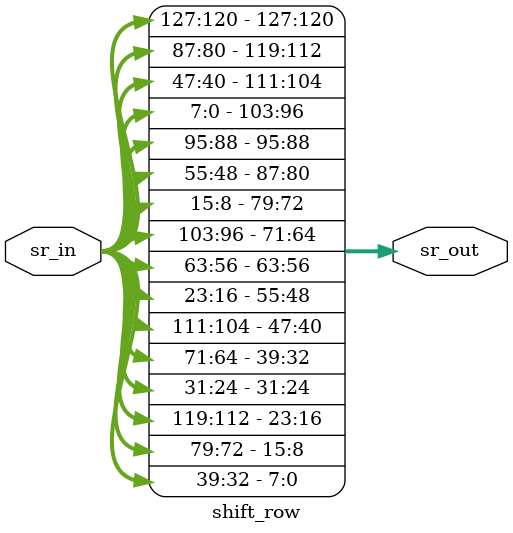
<source format=v>
module shift_row(sr_in, sr_out);

input [127:0] sr_in;
output [127:0] sr_out;

assign sr_out[127:120] = sr_in[127:120];  
assign sr_out[119:112] = sr_in[87:80];
assign sr_out[111:104] = sr_in[47:40];
assign sr_out[103:96] = sr_in[7:0];
   
assign sr_out[95:88] = sr_in[95:88];
assign sr_out[87:80] = sr_in[55:48];
assign sr_out[79:72] = sr_in[15:8];
assign sr_out[71:64] = sr_in[103:96];
   
assign sr_out[63:56] = sr_in[63:56];
assign sr_out[55:48] = sr_in[23:16];
assign sr_out[47:40] = sr_in[111:104];
assign sr_out[39:32] = sr_in[71:64];
   
assign sr_out[31:24] = sr_in[31:24];
assign sr_out[23:16] = sr_in[119:112];
assign sr_out[15:8] = sr_in[79:72];
assign sr_out[7:0] = sr_in[39:32]; 

endmodule
</source>
